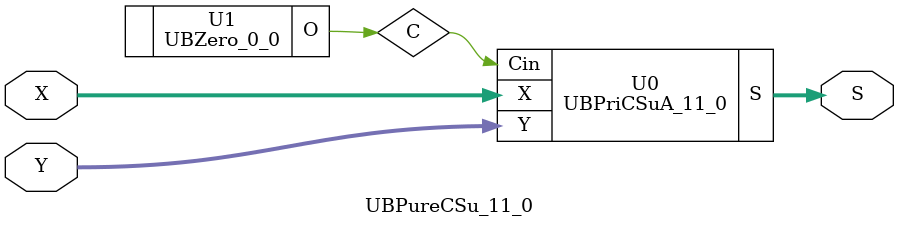
<source format=v>
/*----------------------------------------------------------------------------
  Copyright (c) 2021 Homma laboratory. All rights reserved.

  Top module: UBCSu_7_0_11_0

  Operand-1 length: 8
  Operand-2 length: 12
  Two-operand addition algorithm: Conditional sum adder
----------------------------------------------------------------------------*/

module UB1DCON_0(O, I);
  output O;
  input I;
  assign O = I;
endmodule

module UB1DCON_1(O, I);
  output O;
  input I;
  assign O = I;
endmodule

module UB1DCON_2(O, I);
  output O;
  input I;
  assign O = I;
endmodule

module UB1DCON_3(O, I);
  output O;
  input I;
  assign O = I;
endmodule

module UB1DCON_4(O, I);
  output O;
  input I;
  assign O = I;
endmodule

module UB1DCON_5(O, I);
  output O;
  input I;
  assign O = I;
endmodule

module UB1DCON_6(O, I);
  output O;
  input I;
  assign O = I;
endmodule

module UB1DCON_7(O, I);
  output O;
  input I;
  assign O = I;
endmodule

module UBZero_11_8(O);
  output [11:8] O;
  assign O[8] = 0;
  assign O[9] = 0;
  assign O[10] = 0;
  assign O[11] = 0;
endmodule

module UBFA_0(C, S, X, Y, Z);
  output C;
  output S;
  input X;
  input Y;
  input Z;
  assign C = ( X & Y ) | ( Y & Z ) | ( Z & X );
  assign S = X ^ Y ^ Z;
endmodule

module UBHCSuB_0_0(C, S, X, Y, Ci);
  output C;
  output S;
  input Ci;
  input X;
  input Y;
  UBFA_0 U0 (C, S, X, Y, Ci);
endmodule

module UBZero_1_1(O);
  output [1:1] O;
  assign O[1] = 0;
endmodule

module UBOne_1(O);
  output O;
  assign O = 1;
endmodule

module UBFA_1(C, S, X, Y, Z);
  output C;
  output S;
  input X;
  input Y;
  input Z;
  assign C = ( X & Y ) | ( Y & Z ) | ( Z & X );
  assign S = X ^ Y ^ Z;
endmodule

module UBCSuB_1_1(C_0, C_1, S_0, S_1, X, Y);
  output C_0;
  output C_1;
  output S_0;
  output S_1;
  input X;
  input Y;
  wire Ci_0;
  wire Ci_1;
  wire Co_0;
  wire Co_1;
  assign C_0 = ( Co_0 & ( ~ Ci_0 ) ) | ( Co_1 & Ci_0 );
  assign C_1 = ( Co_0 & ( ~ Ci_1 ) ) | ( Co_1 & Ci_1 );
  UBZero_1_1 U0 (Ci_0);
  UBOne_1 U1 (Ci_1);
  UBFA_1 U2 (Co_0, S_0, X, Y, Ci_0);
  UBFA_1 U3 (Co_1, S_1, X, Y, Ci_1);
endmodule

module UBHCSuB_1_0(C, S, X, Y, Ci);
  output C;
  output [1:0] S;
  input Ci;
  input [1:0] X;
  input [1:0] Y;
  wire C_0;
  wire C_1;
  wire Co;
  wire S_0;
  wire S_1;
  assign S[1] = ( S_0 & ( ~ Co ) ) | ( S_1 & Co );
  assign C = ( C_0 & ( ~ Co ) ) | ( C_1 & Co );
  UBHCSuB_0_0 U0 (Co, S[0], X[0], Y[0], Ci);
  UBCSuB_1_1 U1 (C_0, C_1, S_0, S_1, X[1], Y[1]);
endmodule

module UBZero_2_2(O);
  output [2:2] O;
  assign O[2] = 0;
endmodule

module UBOne_2(O);
  output O;
  assign O = 1;
endmodule

module UBFA_2(C, S, X, Y, Z);
  output C;
  output S;
  input X;
  input Y;
  input Z;
  assign C = ( X & Y ) | ( Y & Z ) | ( Z & X );
  assign S = X ^ Y ^ Z;
endmodule

module UBCSuB_2_2(C_0, C_1, S_0, S_1, X, Y);
  output C_0;
  output C_1;
  output S_0;
  output S_1;
  input X;
  input Y;
  wire Ci_0;
  wire Ci_1;
  wire Co_0;
  wire Co_1;
  assign C_0 = ( Co_0 & ( ~ Ci_0 ) ) | ( Co_1 & Ci_0 );
  assign C_1 = ( Co_0 & ( ~ Ci_1 ) ) | ( Co_1 & Ci_1 );
  UBZero_2_2 U0 (Ci_0);
  UBOne_2 U1 (Ci_1);
  UBFA_2 U2 (Co_0, S_0, X, Y, Ci_0);
  UBFA_2 U3 (Co_1, S_1, X, Y, Ci_1);
endmodule

module UBHCSuB_2_0(C, S, X, Y, Ci);
  output C;
  output [2:0] S;
  input Ci;
  input [2:0] X;
  input [2:0] Y;
  wire C_0;
  wire C_1;
  wire Co;
  wire S_0;
  wire S_1;
  assign S[2] = ( S_0 & ( ~ Co ) ) | ( S_1 & Co );
  assign C = ( C_0 & ( ~ Co ) ) | ( C_1 & Co );
  UBHCSuB_1_0 U0 (Co, S[1:0], X[1:0], Y[1:0], Ci);
  UBCSuB_2_2 U1 (C_0, C_1, S_0, S_1, X[2], Y[2]);
endmodule

module UBZero_3_3(O);
  output [3:3] O;
  assign O[3] = 0;
endmodule

module UBOne_3(O);
  output O;
  assign O = 1;
endmodule

module UBFA_3(C, S, X, Y, Z);
  output C;
  output S;
  input X;
  input Y;
  input Z;
  assign C = ( X & Y ) | ( Y & Z ) | ( Z & X );
  assign S = X ^ Y ^ Z;
endmodule

module UBCSuB_3_3(C_0, C_1, S_0, S_1, X, Y);
  output C_0;
  output C_1;
  output S_0;
  output S_1;
  input X;
  input Y;
  wire Ci_0;
  wire Ci_1;
  wire Co_0;
  wire Co_1;
  assign C_0 = ( Co_0 & ( ~ Ci_0 ) ) | ( Co_1 & Ci_0 );
  assign C_1 = ( Co_0 & ( ~ Ci_1 ) ) | ( Co_1 & Ci_1 );
  UBZero_3_3 U0 (Ci_0);
  UBOne_3 U1 (Ci_1);
  UBFA_3 U2 (Co_0, S_0, X, Y, Ci_0);
  UBFA_3 U3 (Co_1, S_1, X, Y, Ci_1);
endmodule

module UBZero_4_4(O);
  output [4:4] O;
  assign O[4] = 0;
endmodule

module UBOne_4(O);
  output O;
  assign O = 1;
endmodule

module UBFA_4(C, S, X, Y, Z);
  output C;
  output S;
  input X;
  input Y;
  input Z;
  assign C = ( X & Y ) | ( Y & Z ) | ( Z & X );
  assign S = X ^ Y ^ Z;
endmodule

module UBCSuB_4_4(C_0, C_1, S_0, S_1, X, Y);
  output C_0;
  output C_1;
  output S_0;
  output S_1;
  input X;
  input Y;
  wire Ci_0;
  wire Ci_1;
  wire Co_0;
  wire Co_1;
  assign C_0 = ( Co_0 & ( ~ Ci_0 ) ) | ( Co_1 & Ci_0 );
  assign C_1 = ( Co_0 & ( ~ Ci_1 ) ) | ( Co_1 & Ci_1 );
  UBZero_4_4 U0 (Ci_0);
  UBOne_4 U1 (Ci_1);
  UBFA_4 U2 (Co_0, S_0, X, Y, Ci_0);
  UBFA_4 U3 (Co_1, S_1, X, Y, Ci_1);
endmodule

module UBCSuB_4_3(C_0, C_1, S_0, S_1, X, Y);
  output C_0;
  output C_1;
  output [4:3] S_0;
  output [4:3] S_1;
  input [4:3] X;
  input [4:3] Y;
  wire Ci_0;
  wire Ci_1;
  wire Co_0;
  wire Co_1;
  wire So_0;
  wire So_1;
  assign S_0[4] = ( So_0 & ( ~ Ci_0 ) ) | ( So_1 & Ci_0 );
  assign C_0 = ( Co_0 & ( ~ Ci_0 ) ) | ( Co_1 & Ci_0 );
  assign S_1[4] = ( So_0 & ( ~ Ci_1 ) ) | ( So_1 & Ci_1 );
  assign C_1 = ( Co_0 & ( ~ Ci_1 ) ) | ( Co_1 & Ci_1 );
  UBCSuB_3_3 U0 (Ci_0, Ci_1, S_0[3], S_1[3], X[3], Y[3]);
  UBCSuB_4_4 U1 (Co_0, Co_1, So_0, So_1, X[4], Y[4]);
endmodule

module UBZero_5_5(O);
  output [5:5] O;
  assign O[5] = 0;
endmodule

module UBOne_5(O);
  output O;
  assign O = 1;
endmodule

module UBFA_5(C, S, X, Y, Z);
  output C;
  output S;
  input X;
  input Y;
  input Z;
  assign C = ( X & Y ) | ( Y & Z ) | ( Z & X );
  assign S = X ^ Y ^ Z;
endmodule

module UBCSuB_5_5(C_0, C_1, S_0, S_1, X, Y);
  output C_0;
  output C_1;
  output S_0;
  output S_1;
  input X;
  input Y;
  wire Ci_0;
  wire Ci_1;
  wire Co_0;
  wire Co_1;
  assign C_0 = ( Co_0 & ( ~ Ci_0 ) ) | ( Co_1 & Ci_0 );
  assign C_1 = ( Co_0 & ( ~ Ci_1 ) ) | ( Co_1 & Ci_1 );
  UBZero_5_5 U0 (Ci_0);
  UBOne_5 U1 (Ci_1);
  UBFA_5 U2 (Co_0, S_0, X, Y, Ci_0);
  UBFA_5 U3 (Co_1, S_1, X, Y, Ci_1);
endmodule

module UBCSuB_5_3(C_0, C_1, S_0, S_1, X, Y);
  output C_0;
  output C_1;
  output [5:3] S_0;
  output [5:3] S_1;
  input [5:3] X;
  input [5:3] Y;
  wire Ci_0;
  wire Ci_1;
  wire Co_0;
  wire Co_1;
  wire [5:5] So_0;
  wire [5:5] So_1;
  assign S_0[5] = ( So_0 & ( ~ Ci_0 ) ) | ( So_1 & Ci_0 );
  assign C_0 = ( Co_0 & ( ~ Ci_0 ) ) | ( Co_1 & Ci_0 );
  assign S_1[5] = ( So_0 & ( ~ Ci_1 ) ) | ( So_1 & Ci_1 );
  assign C_1 = ( Co_0 & ( ~ Ci_1 ) ) | ( Co_1 & Ci_1 );
  UBCSuB_4_3 U0 (Ci_0, Ci_1, S_0[4:3], S_1[4:3], X[4:3], Y[4:3]);
  UBCSuB_5_5 U1 (Co_0, Co_1, So_0, So_1, X[5], Y[5]);
endmodule

module UBHCSuB_5_0(C, S, X, Y, Ci);
  output C;
  output [5:0] S;
  input Ci;
  input [5:0] X;
  input [5:0] Y;
  wire C_0;
  wire C_1;
  wire Co;
  wire [5:3] S_0;
  wire [5:3] S_1;
  assign S[3] = ( S_0[3] & ( ~ Co ) ) | ( S_1[3] & Co );
  assign S[4] = ( S_0[4] & ( ~ Co ) ) | ( S_1[4] & Co );
  assign S[5] = ( S_0[5] & ( ~ Co ) ) | ( S_1[5] & Co );
  assign C = ( C_0 & ( ~ Co ) ) | ( C_1 & Co );
  UBHCSuB_2_0 U0 (Co, S[2:0], X[2:0], Y[2:0], Ci);
  UBCSuB_5_3 U1 (C_0, C_1, S_0, S_1, X[5:3], Y[5:3]);
endmodule

module UBZero_6_6(O);
  output [6:6] O;
  assign O[6] = 0;
endmodule

module UBOne_6(O);
  output O;
  assign O = 1;
endmodule

module UBFA_6(C, S, X, Y, Z);
  output C;
  output S;
  input X;
  input Y;
  input Z;
  assign C = ( X & Y ) | ( Y & Z ) | ( Z & X );
  assign S = X ^ Y ^ Z;
endmodule

module UBCSuB_6_6(C_0, C_1, S_0, S_1, X, Y);
  output C_0;
  output C_1;
  output S_0;
  output S_1;
  input X;
  input Y;
  wire Ci_0;
  wire Ci_1;
  wire Co_0;
  wire Co_1;
  assign C_0 = ( Co_0 & ( ~ Ci_0 ) ) | ( Co_1 & Ci_0 );
  assign C_1 = ( Co_0 & ( ~ Ci_1 ) ) | ( Co_1 & Ci_1 );
  UBZero_6_6 U0 (Ci_0);
  UBOne_6 U1 (Ci_1);
  UBFA_6 U2 (Co_0, S_0, X, Y, Ci_0);
  UBFA_6 U3 (Co_1, S_1, X, Y, Ci_1);
endmodule

module UBZero_7_7(O);
  output [7:7] O;
  assign O[7] = 0;
endmodule

module UBOne_7(O);
  output O;
  assign O = 1;
endmodule

module UBFA_7(C, S, X, Y, Z);
  output C;
  output S;
  input X;
  input Y;
  input Z;
  assign C = ( X & Y ) | ( Y & Z ) | ( Z & X );
  assign S = X ^ Y ^ Z;
endmodule

module UBCSuB_7_7(C_0, C_1, S_0, S_1, X, Y);
  output C_0;
  output C_1;
  output S_0;
  output S_1;
  input X;
  input Y;
  wire Ci_0;
  wire Ci_1;
  wire Co_0;
  wire Co_1;
  assign C_0 = ( Co_0 & ( ~ Ci_0 ) ) | ( Co_1 & Ci_0 );
  assign C_1 = ( Co_0 & ( ~ Ci_1 ) ) | ( Co_1 & Ci_1 );
  UBZero_7_7 U0 (Ci_0);
  UBOne_7 U1 (Ci_1);
  UBFA_7 U2 (Co_0, S_0, X, Y, Ci_0);
  UBFA_7 U3 (Co_1, S_1, X, Y, Ci_1);
endmodule

module UBCSuB_7_6(C_0, C_1, S_0, S_1, X, Y);
  output C_0;
  output C_1;
  output [7:6] S_0;
  output [7:6] S_1;
  input [7:6] X;
  input [7:6] Y;
  wire Ci_0;
  wire Ci_1;
  wire Co_0;
  wire Co_1;
  wire So_0;
  wire So_1;
  assign S_0[7] = ( So_0 & ( ~ Ci_0 ) ) | ( So_1 & Ci_0 );
  assign C_0 = ( Co_0 & ( ~ Ci_0 ) ) | ( Co_1 & Ci_0 );
  assign S_1[7] = ( So_0 & ( ~ Ci_1 ) ) | ( So_1 & Ci_1 );
  assign C_1 = ( Co_0 & ( ~ Ci_1 ) ) | ( Co_1 & Ci_1 );
  UBCSuB_6_6 U0 (Ci_0, Ci_1, S_0[6], S_1[6], X[6], Y[6]);
  UBCSuB_7_7 U1 (Co_0, Co_1, So_0, So_1, X[7], Y[7]);
endmodule

module UBZero_8_8(O);
  output [8:8] O;
  assign O[8] = 0;
endmodule

module UBOne_8(O);
  output O;
  assign O = 1;
endmodule

module UBFA_8(C, S, X, Y, Z);
  output C;
  output S;
  input X;
  input Y;
  input Z;
  assign C = ( X & Y ) | ( Y & Z ) | ( Z & X );
  assign S = X ^ Y ^ Z;
endmodule

module UBCSuB_8_8(C_0, C_1, S_0, S_1, X, Y);
  output C_0;
  output C_1;
  output S_0;
  output S_1;
  input X;
  input Y;
  wire Ci_0;
  wire Ci_1;
  wire Co_0;
  wire Co_1;
  assign C_0 = ( Co_0 & ( ~ Ci_0 ) ) | ( Co_1 & Ci_0 );
  assign C_1 = ( Co_0 & ( ~ Ci_1 ) ) | ( Co_1 & Ci_1 );
  UBZero_8_8 U0 (Ci_0);
  UBOne_8 U1 (Ci_1);
  UBFA_8 U2 (Co_0, S_0, X, Y, Ci_0);
  UBFA_8 U3 (Co_1, S_1, X, Y, Ci_1);
endmodule

module UBCSuB_8_6(C_0, C_1, S_0, S_1, X, Y);
  output C_0;
  output C_1;
  output [8:6] S_0;
  output [8:6] S_1;
  input [8:6] X;
  input [8:6] Y;
  wire Ci_0;
  wire Ci_1;
  wire Co_0;
  wire Co_1;
  wire [8:8] So_0;
  wire [8:8] So_1;
  assign S_0[8] = ( So_0 & ( ~ Ci_0 ) ) | ( So_1 & Ci_0 );
  assign C_0 = ( Co_0 & ( ~ Ci_0 ) ) | ( Co_1 & Ci_0 );
  assign S_1[8] = ( So_0 & ( ~ Ci_1 ) ) | ( So_1 & Ci_1 );
  assign C_1 = ( Co_0 & ( ~ Ci_1 ) ) | ( Co_1 & Ci_1 );
  UBCSuB_7_6 U0 (Ci_0, Ci_1, S_0[7:6], S_1[7:6], X[7:6], Y[7:6]);
  UBCSuB_8_8 U1 (Co_0, Co_1, So_0, So_1, X[8], Y[8]);
endmodule

module UBZero_9_9(O);
  output [9:9] O;
  assign O[9] = 0;
endmodule

module UBOne_9(O);
  output O;
  assign O = 1;
endmodule

module UBFA_9(C, S, X, Y, Z);
  output C;
  output S;
  input X;
  input Y;
  input Z;
  assign C = ( X & Y ) | ( Y & Z ) | ( Z & X );
  assign S = X ^ Y ^ Z;
endmodule

module UBCSuB_9_9(C_0, C_1, S_0, S_1, X, Y);
  output C_0;
  output C_1;
  output S_0;
  output S_1;
  input X;
  input Y;
  wire Ci_0;
  wire Ci_1;
  wire Co_0;
  wire Co_1;
  assign C_0 = ( Co_0 & ( ~ Ci_0 ) ) | ( Co_1 & Ci_0 );
  assign C_1 = ( Co_0 & ( ~ Ci_1 ) ) | ( Co_1 & Ci_1 );
  UBZero_9_9 U0 (Ci_0);
  UBOne_9 U1 (Ci_1);
  UBFA_9 U2 (Co_0, S_0, X, Y, Ci_0);
  UBFA_9 U3 (Co_1, S_1, X, Y, Ci_1);
endmodule

module UBZero_10_10(O);
  output [10:10] O;
  assign O[10] = 0;
endmodule

module UBOne_10(O);
  output O;
  assign O = 1;
endmodule

module UBFA_10(C, S, X, Y, Z);
  output C;
  output S;
  input X;
  input Y;
  input Z;
  assign C = ( X & Y ) | ( Y & Z ) | ( Z & X );
  assign S = X ^ Y ^ Z;
endmodule

module UBCSuB_10_10(C_0, C_1, S_0, S_1, X, Y);
  output C_0;
  output C_1;
  output S_0;
  output S_1;
  input X;
  input Y;
  wire Ci_0;
  wire Ci_1;
  wire Co_0;
  wire Co_1;
  assign C_0 = ( Co_0 & ( ~ Ci_0 ) ) | ( Co_1 & Ci_0 );
  assign C_1 = ( Co_0 & ( ~ Ci_1 ) ) | ( Co_1 & Ci_1 );
  UBZero_10_10 U0 (Ci_0);
  UBOne_10 U1 (Ci_1);
  UBFA_10 U2 (Co_0, S_0, X, Y, Ci_0);
  UBFA_10 U3 (Co_1, S_1, X, Y, Ci_1);
endmodule

module UBCSuB_10_9(C_0, C_1, S_0, S_1, X, Y);
  output C_0;
  output C_1;
  output [10:9] S_0;
  output [10:9] S_1;
  input [10:9] X;
  input [10:9] Y;
  wire Ci_0;
  wire Ci_1;
  wire Co_0;
  wire Co_1;
  wire So_0;
  wire So_1;
  assign S_0[10] = ( So_0 & ( ~ Ci_0 ) ) | ( So_1 & Ci_0 );
  assign C_0 = ( Co_0 & ( ~ Ci_0 ) ) | ( Co_1 & Ci_0 );
  assign S_1[10] = ( So_0 & ( ~ Ci_1 ) ) | ( So_1 & Ci_1 );
  assign C_1 = ( Co_0 & ( ~ Ci_1 ) ) | ( Co_1 & Ci_1 );
  UBCSuB_9_9 U0 (Ci_0, Ci_1, S_0[9], S_1[9], X[9], Y[9]);
  UBCSuB_10_10 U1 (Co_0, Co_1, So_0, So_1, X[10], Y[10]);
endmodule

module UBZero_11_11(O);
  output [11:11] O;
  assign O[11] = 0;
endmodule

module UBOne_11(O);
  output O;
  assign O = 1;
endmodule

module UBFA_11(C, S, X, Y, Z);
  output C;
  output S;
  input X;
  input Y;
  input Z;
  assign C = ( X & Y ) | ( Y & Z ) | ( Z & X );
  assign S = X ^ Y ^ Z;
endmodule

module UBCSuB_11_11(C_0, C_1, S_0, S_1, X, Y);
  output C_0;
  output C_1;
  output S_0;
  output S_1;
  input X;
  input Y;
  wire Ci_0;
  wire Ci_1;
  wire Co_0;
  wire Co_1;
  assign C_0 = ( Co_0 & ( ~ Ci_0 ) ) | ( Co_1 & Ci_0 );
  assign C_1 = ( Co_0 & ( ~ Ci_1 ) ) | ( Co_1 & Ci_1 );
  UBZero_11_11 U0 (Ci_0);
  UBOne_11 U1 (Ci_1);
  UBFA_11 U2 (Co_0, S_0, X, Y, Ci_0);
  UBFA_11 U3 (Co_1, S_1, X, Y, Ci_1);
endmodule

module UBCSuB_11_9(C_0, C_1, S_0, S_1, X, Y);
  output C_0;
  output C_1;
  output [11:9] S_0;
  output [11:9] S_1;
  input [11:9] X;
  input [11:9] Y;
  wire Ci_0;
  wire Ci_1;
  wire Co_0;
  wire Co_1;
  wire [11:11] So_0;
  wire [11:11] So_1;
  assign S_0[11] = ( So_0 & ( ~ Ci_0 ) ) | ( So_1 & Ci_0 );
  assign C_0 = ( Co_0 & ( ~ Ci_0 ) ) | ( Co_1 & Ci_0 );
  assign S_1[11] = ( So_0 & ( ~ Ci_1 ) ) | ( So_1 & Ci_1 );
  assign C_1 = ( Co_0 & ( ~ Ci_1 ) ) | ( Co_1 & Ci_1 );
  UBCSuB_10_9 U0 (Ci_0, Ci_1, S_0[10:9], S_1[10:9], X[10:9], Y[10:9]);
  UBCSuB_11_11 U1 (Co_0, Co_1, So_0, So_1, X[11], Y[11]);
endmodule

module UBCSuB_11_6(C_0, C_1, S_0, S_1, X, Y);
  output C_0;
  output C_1;
  output [11:6] S_0;
  output [11:6] S_1;
  input [11:6] X;
  input [11:6] Y;
  wire Ci_0;
  wire Ci_1;
  wire Co_0;
  wire Co_1;
  wire [11:9] So_0;
  wire [11:9] So_1;
  assign S_0[9] = ( So_0[9] & ( ~ Ci_0 ) ) | ( So_1[9] & Ci_0 );
  assign S_0[10] = ( So_0[10] & ( ~ Ci_0 ) ) | ( So_1[10] & Ci_0 );
  assign S_0[11] = ( So_0[11] & ( ~ Ci_0 ) ) | ( So_1[11] & Ci_0 );
  assign C_0 = ( Co_0 & ( ~ Ci_0 ) ) | ( Co_1 & Ci_0 );
  assign S_1[9] = ( So_0[9] & ( ~ Ci_1 ) ) | ( So_1[9] & Ci_1 );
  assign S_1[10] = ( So_0[10] & ( ~ Ci_1 ) ) | ( So_1[10] & Ci_1 );
  assign S_1[11] = ( So_0[11] & ( ~ Ci_1 ) ) | ( So_1[11] & Ci_1 );
  assign C_1 = ( Co_0 & ( ~ Ci_1 ) ) | ( Co_1 & Ci_1 );
  UBCSuB_8_6 U0 (Ci_0, Ci_1, S_0[8:6], S_1[8:6], X[8:6], Y[8:6]);
  UBCSuB_11_9 U1 (Co_0, Co_1, So_0, So_1, X[11:9], Y[11:9]);
endmodule

module UBPriCSuA_11_0(S, X, Y, Cin);
  output [12:0] S;
  input Cin;
  input [11:0] X;
  input [11:0] Y;
  wire C_0;
  wire C_1;
  wire Co;
  wire [11:6] S_0;
  wire [11:6] S_1;
  assign S[6] = ( S_0[6] & ( ~ Co ) ) | ( S_1[6] & Co );
  assign S[7] = ( S_0[7] & ( ~ Co ) ) | ( S_1[7] & Co );
  assign S[8] = ( S_0[8] & ( ~ Co ) ) | ( S_1[8] & Co );
  assign S[9] = ( S_0[9] & ( ~ Co ) ) | ( S_1[9] & Co );
  assign S[10] = ( S_0[10] & ( ~ Co ) ) | ( S_1[10] & Co );
  assign S[11] = ( S_0[11] & ( ~ Co ) ) | ( S_1[11] & Co );
  assign S[12] = ( C_0 & ( ~ Co ) ) | ( C_1 & Co );
  UBHCSuB_5_0 U0 (Co, S[5:0], X[5:0], Y[5:0], Cin);
  UBCSuB_11_6 U1 (C_0, C_1, S_0, S_1, X[11:6], Y[11:6]);
endmodule

module UBZero_0_0(O);
  output [0:0] O;
  assign O[0] = 0;
endmodule

module UBCON_7_0 (O, I);
  output [7:0] O;
  input [7:0] I;
  UB1DCON_0 U0 (O[0], I[0]);
  UB1DCON_1 U1 (O[1], I[1]);
  UB1DCON_2 U2 (O[2], I[2]);
  UB1DCON_3 U3 (O[3], I[3]);
  UB1DCON_4 U4 (O[4], I[4]);
  UB1DCON_5 U5 (O[5], I[5]);
  UB1DCON_6 U6 (O[6], I[6]);
  UB1DCON_7 U7 (O[7], I[7]);
endmodule

module UBCSu_7_0_11_0 (S, X, Y);
  output [12:0] S;
  input [7:0] X;
  input [11:0] Y;
  wire [11:0] Z;
  UBExtender_7_0_11000 U0 (Z[11:0], X[7:0]);
  UBPureCSu_11_0 U1 (S[12:0], Z[11:0], Y[11:0]);
endmodule

module UBExtender_7_0_11000 (O, I);
  output [11:0] O;
  input [7:0] I;
  UBCON_7_0 U0 (O[7:0], I[7:0]);
  UBZero_11_8 U1 (O[11:8]);
endmodule

module UBPureCSu_11_0 (S, X, Y);
  output [12:0] S;
  input [11:0] X;
  input [11:0] Y;
  wire C;
  UBPriCSuA_11_0 U0 (S, X, Y, C);
  UBZero_0_0 U1 (C);
endmodule


</source>
